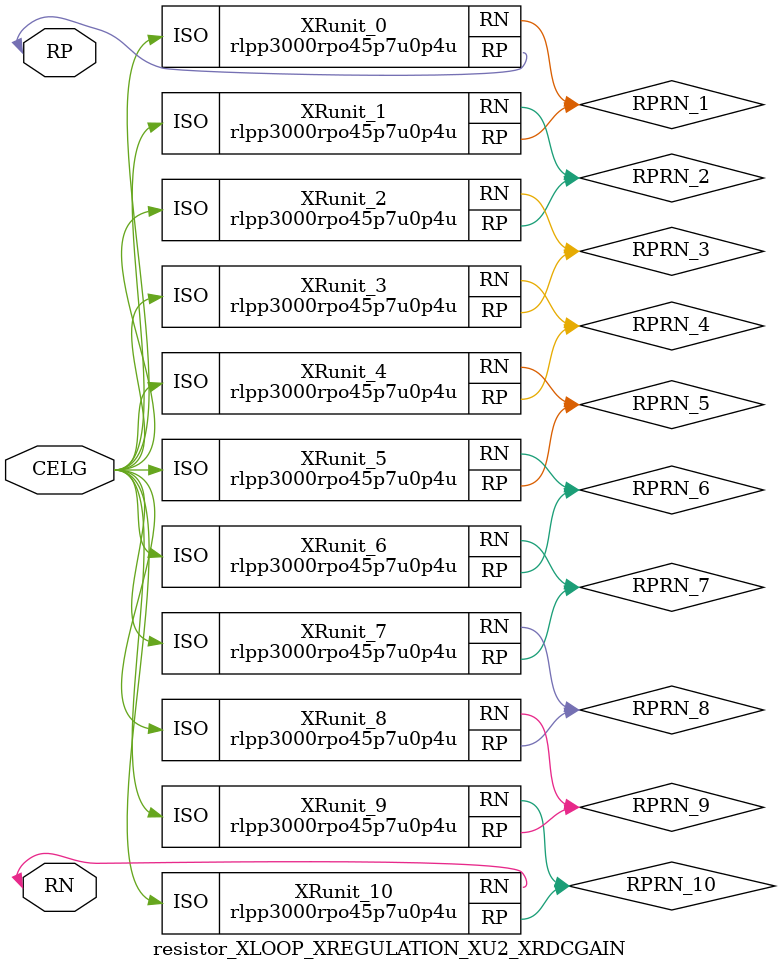
<source format=v>

module rlpp3000rpo45p7u0p4u (RP, RN, ISO);
inout RP;
inout RN;
input ISO;
endmodule

//Celera Confidential Do Not Copy resistor_XLOOP_XREGULATION_XU2_XRDCGAIN
//Celera Confidential Symbol Generator
//RESISTOR:5000KOhm TYPE:poly DFT:no
module resistor_XLOOP_XREGULATION_XU2_XRDCGAIN (RP,
CELG,
RN);
inout RP;
inout RN;
input CELG;

//Celera Confidential Do Not Copy Runit
rlpp3000rpo45p7u0p4u XRunit_0(
.RP (RP),
.RN (RPRN_1),
.ISO (CELG)
);
rlpp3000rpo45p7u0p4u XRunit_1(
.RP (RPRN_1),
.RN (RPRN_2),
.ISO (CELG)
);
rlpp3000rpo45p7u0p4u XRunit_2(
.RP (RPRN_2),
.RN (RPRN_3),
.ISO (CELG)
);
rlpp3000rpo45p7u0p4u XRunit_3(
.RP (RPRN_3),
.RN (RPRN_4),
.ISO (CELG)
);
rlpp3000rpo45p7u0p4u XRunit_4(
.RP (RPRN_4),
.RN (RPRN_5),
.ISO (CELG)
);
rlpp3000rpo45p7u0p4u XRunit_5(
.RP (RPRN_5),
.RN (RPRN_6),
.ISO (CELG)
);
rlpp3000rpo45p7u0p4u XRunit_6(
.RP (RPRN_6),
.RN (RPRN_7),
.ISO (CELG)
);
rlpp3000rpo45p7u0p4u XRunit_7(
.RP (RPRN_7),
.RN (RPRN_8),
.ISO (CELG)
);
rlpp3000rpo45p7u0p4u XRunit_8(
.RP (RPRN_8),
.RN (RPRN_9),
.ISO (CELG)
);
rlpp3000rpo45p7u0p4u XRunit_9(
.RP (RPRN_9),
.RN (RPRN_10),
.ISO (CELG)
);
rlpp3000rpo45p7u0p4u XRunit_10(
.RP (RPRN_10),
.RN (RN),
.ISO (CELG)
);

//Celera Confidential Do Not Copy //DieSize,rlpp3000rpo45p7u0p4u

//Die Size Calculator rlpp3000rpo45p7u0p4u
//,diesize,rlpp3000rpo45p7u0p4u,11

//Celera Confidential Do Not Copy Module End
//Celera Schematic Generator
endmodule

</source>
